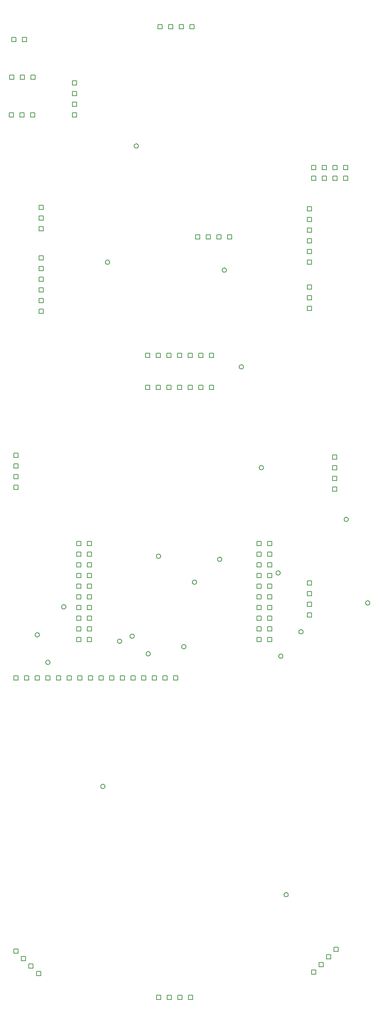
<source format=gbr>
%FSLAX44Y44*%
%MOMM*%
%SFA1B1*%

%IPPOS*%
%ADD34C,0.127000*%
%ADD35C,0.169300*%
%LNpcb1_drawing_1-1*%
%LPD*%
G54D34*
X954919Y854919D02*
Y865079D01*
X965079*
Y854919*
X954919*
X980319D02*
Y865079D01*
X990479*
Y854919*
X980319*
X1005719D02*
Y865079D01*
X1015879*
Y854919*
X1005719*
X1031119D02*
Y865079D01*
X1041279*
Y854919*
X1031119*
X1324919Y914919D02*
Y925079D01*
X1335079*
Y914919*
X1324919*
X1342880Y932879D02*
Y943039D01*
X1353040*
Y932879*
X1342880*
X1360840Y950840D02*
Y961000D01*
X1371000*
Y950840*
X1360840*
X1378800Y968801D02*
Y978961D01*
X1388960*
Y968801*
X1378800*
X1006079Y1614919D02*
X995919D01*
Y1625079*
X1006079*
Y1614919*
X980679D02*
X970519D01*
Y1625079*
X980679*
Y1614919*
X955279D02*
X945119D01*
Y1625079*
X955279*
Y1614919*
X929879D02*
X919719D01*
Y1625079*
X929879*
Y1614919*
X904479D02*
X894319D01*
Y1625079*
X904479*
Y1614919*
X879079D02*
X868919D01*
Y1625079*
X879079*
Y1614919*
X853679D02*
X843519D01*
Y1625079*
X853679*
Y1614919*
X828279D02*
X818119D01*
Y1625079*
X828279*
Y1614919*
X802879D02*
X792719D01*
Y1625079*
X802879*
Y1614919*
X777479D02*
X767319D01*
Y1625079*
X777479*
Y1614919*
X752079D02*
X741919D01*
Y1625079*
X752079*
Y1614919*
X726679D02*
X716519D01*
Y1625079*
X726679*
Y1614919*
X701279D02*
X691119D01*
Y1625079*
X701279*
Y1614919*
X675879D02*
X665719D01*
Y1625079*
X675879*
Y1614919*
X650479D02*
X640319D01*
Y1625079*
X650479*
Y1614919*
X625079D02*
X614919D01*
Y1625079*
X625079*
Y1614919*
X764919Y1706319D02*
Y1716479D01*
X775079*
Y1706319*
X764919*
Y1731719D02*
Y1741879D01*
X775079*
Y1731719*
X764919*
X790319D02*
Y1741879D01*
X800479*
Y1731719*
X790319*
Y1716479D02*
X800479D01*
Y1706319*
X790319*
Y1716479*
Y1757119D02*
Y1767279D01*
X800479*
Y1757119*
X790319*
Y1782519D02*
Y1792679D01*
X800479*
Y1782519*
X790319*
Y1807919D02*
Y1818079D01*
X800479*
Y1807919*
X790319*
Y1833319D02*
Y1843479D01*
X800479*
Y1833319*
X790319*
Y1858719D02*
Y1868879D01*
X800479*
Y1858719*
X790319*
Y1884119D02*
Y1894279D01*
X800479*
Y1884119*
X790319*
Y1909519D02*
Y1919679D01*
X800479*
Y1909519*
X790319*
Y1934919D02*
Y1945079D01*
X800479*
Y1934919*
X790319*
X775079D02*
X764919D01*
Y1945079*
X775079*
Y1934919*
Y1919679D02*
Y1909519D01*
X764919*
Y1919679*
X775079*
Y1894279D02*
Y1884119D01*
X764919*
Y1894279*
X775079*
Y1868879D02*
Y1858719D01*
X764919*
Y1868879*
X775079*
Y1843479D02*
Y1833319D01*
X764919*
Y1843479*
X775079*
Y1818079D02*
Y1807919D01*
X764919*
Y1818079*
X775079*
Y1792679D02*
Y1782519D01*
X764919*
Y1792679*
X775079*
Y1767279D02*
Y1757119D01*
X764919*
Y1767279*
X775079*
X625079Y2068719D02*
X614919D01*
Y2078879*
X625079*
Y2068719*
Y2094119D02*
X614919D01*
Y2104279*
X625079*
Y2094119*
Y2119519D02*
X614919D01*
Y2129679*
X625079*
Y2119519*
Y2144919D02*
X614919D01*
Y2155079*
X625079*
Y2144919*
X928719Y2306819D02*
Y2316979D01*
X938879*
Y2306819*
X928719*
X954119D02*
Y2316979D01*
X964279*
Y2306819*
X954119*
X979519D02*
Y2316979D01*
X989679*
Y2306819*
X979519*
X1004919D02*
Y2316979D01*
X1015079*
Y2306819*
X1004919*
X1030319D02*
Y2316979D01*
X1040479*
Y2306819*
X1030319*
X1055719D02*
Y2316979D01*
X1065879*
Y2306819*
X1055719*
X1081119D02*
Y2316979D01*
X1091279*
Y2306819*
X1081119*
Y2383019D02*
Y2393179D01*
X1091279*
Y2383019*
X1081119*
X1065879D02*
X1055719D01*
Y2393179*
X1065879*
Y2383019*
X1040479D02*
X1030319D01*
Y2393179*
X1040479*
Y2383019*
X1015079D02*
X1004919D01*
Y2393179*
X1015079*
Y2383019*
X989679D02*
X979519D01*
Y2393179*
X989679*
Y2383019*
X964279D02*
X954119D01*
Y2393179*
X964279*
Y2383019*
X938879D02*
X928719D01*
Y2393179*
X938879*
Y2383019*
X1109679Y2664919D02*
X1099519D01*
Y2675079*
X1109679*
Y2664919*
X1124919D02*
Y2675079D01*
X1135079*
Y2664919*
X1124919*
X1084279Y2675079D02*
Y2664919D01*
X1074119*
Y2675079*
X1084279*
X1058879D02*
Y2664919D01*
X1048719*
Y2675079*
X1058879*
X1314919Y2530479D02*
X1325079D01*
Y2520319*
X1314919*
Y2530479*
Y2505079D02*
X1325079D01*
Y2494919*
X1314919*
Y2505079*
Y2545719D02*
Y2555879D01*
X1325079*
Y2545719*
X1314919*
Y2604919D02*
Y2615079D01*
X1325079*
Y2604919*
X1314919*
Y2630319D02*
Y2640479D01*
X1325079*
Y2630319*
X1314919*
Y2655719D02*
Y2665879D01*
X1325079*
Y2655719*
X1314919*
Y2681119D02*
Y2691279D01*
X1325079*
Y2681119*
X1314919*
Y2706519D02*
Y2716679D01*
X1325079*
Y2706519*
X1314919*
Y2731919D02*
Y2742079D01*
X1325079*
Y2731919*
X1314919*
X1375719Y2804919D02*
Y2815079D01*
X1385879*
Y2804919*
X1375719*
X1401119D02*
Y2815079D01*
X1411279*
Y2804919*
X1401119*
Y2830319D02*
Y2840479D01*
X1411279*
Y2830319*
X1401119*
X1385879D02*
X1375719D01*
Y2840479*
X1385879*
Y2830319*
X1360479D02*
X1350319D01*
Y2840479*
X1360479*
Y2830319*
Y2815079D02*
Y2804919D01*
X1350319*
Y2815079*
X1360479*
X1335079D02*
Y2804919D01*
X1324919*
Y2815079*
X1335079*
Y2830319D02*
X1324919D01*
Y2840479*
X1335079*
Y2830319*
X1045079Y3164919D02*
X1034919D01*
Y3175079*
X1045079*
Y3164919*
X1019679D02*
X1009519D01*
Y3175079*
X1019679*
Y3164919*
X994279D02*
X984119D01*
Y3175079*
X994279*
Y3164919*
X968879D02*
X958719D01*
Y3175079*
X968879*
Y3164919*
X765079Y3041279D02*
Y3031119D01*
X754919*
Y3041279*
X765079*
Y3015879D02*
Y3005719D01*
X754919*
Y3015879*
X765079*
Y2990479D02*
Y2980319D01*
X754919*
Y2990479*
X765079*
Y2965079D02*
Y2954919D01*
X754919*
Y2965079*
X765079*
X665879Y3044919D02*
X655719D01*
Y3055079*
X665879*
Y3044919*
X665079Y2965079D02*
Y2954919D01*
X654919*
Y2965079*
X665079*
X640479Y3044919D02*
X630319D01*
Y3055079*
X640479*
Y3044919*
X615079D02*
X604919D01*
Y3055079*
X615079*
Y3044919*
X614279Y2965079D02*
Y2954919D01*
X604119*
Y2965079*
X614279*
X629519D02*
X639679D01*
Y2954919*
X629519*
Y2965079*
X674919Y2745079D02*
X685079D01*
Y2734919*
X674919*
Y2745079*
Y2719679D02*
X685079D01*
Y2709519*
X674919*
Y2719679*
Y2694279D02*
X685079D01*
Y2684119*
X674919*
Y2694279*
Y2625079D02*
X685079D01*
Y2614919*
X674919*
Y2625079*
Y2599679D02*
X685079D01*
Y2589519*
X674919*
Y2599679*
Y2574279D02*
X685079D01*
Y2564119*
X674919*
Y2574279*
Y2548879D02*
X685079D01*
Y2538719*
X674919*
Y2548879*
Y2523479D02*
X685079D01*
Y2513319*
X674919*
Y2523479*
Y2498079D02*
X685079D01*
Y2487919*
X674919*
Y2498079*
X1194919Y1945079D02*
X1205079D01*
Y1934919*
X1194919*
Y1945079*
Y1919679D02*
X1205079D01*
Y1909519*
X1194919*
Y1919679*
Y1894279D02*
X1205079D01*
Y1884119*
X1194919*
Y1894279*
X1220319D02*
X1230479D01*
Y1884119*
X1220319*
Y1894279*
Y1909519D02*
Y1919679D01*
X1230479*
Y1909519*
X1220319*
Y1934919D02*
Y1945079D01*
X1230479*
Y1934919*
X1220319*
Y1868879D02*
X1230479D01*
Y1858719*
X1220319*
Y1868879*
X1205079D02*
Y1858719D01*
X1194919*
Y1868879*
X1205079*
Y1843479D02*
Y1833319D01*
X1194919*
Y1843479*
X1205079*
X1220319D02*
X1230479D01*
Y1833319*
X1220319*
Y1843479*
Y1818079D02*
X1230479D01*
Y1807919*
X1220319*
Y1818079*
X1205079D02*
Y1807919D01*
X1194919*
Y1818079*
X1205079*
Y1792679D02*
Y1782519D01*
X1194919*
Y1792679*
X1205079*
X1220319D02*
X1230479D01*
Y1782519*
X1220319*
Y1792679*
Y1767279D02*
X1230479D01*
Y1757119*
X1220319*
Y1767279*
X1205079D02*
Y1757119D01*
X1194919*
Y1767279*
X1205079*
Y1741879D02*
Y1731719D01*
X1194919*
Y1741879*
X1205079*
X1220319D02*
X1230479D01*
Y1731719*
X1220319*
Y1741879*
Y1716479D02*
X1230479D01*
Y1706319*
X1220319*
Y1716479*
X1205079D02*
Y1706319D01*
X1194919*
Y1716479*
X1205079*
X1314919Y1764919D02*
Y1775079D01*
X1325079*
Y1764919*
X1314919*
Y1790319D02*
Y1800479D01*
X1325079*
Y1790319*
X1314919*
Y1815719D02*
Y1825879D01*
X1325079*
Y1815719*
X1314919*
Y1841119D02*
Y1851279D01*
X1325079*
Y1841119*
X1314919*
X1374919Y2064919D02*
Y2075079D01*
X1385079*
Y2064919*
X1374919*
Y2090319D02*
Y2100479D01*
X1385079*
Y2090319*
X1374919*
Y2115719D02*
Y2125879D01*
X1385079*
Y2115719*
X1374919*
Y2141119D02*
Y2151279D01*
X1385079*
Y2141119*
X1374919*
X645079Y3134919D02*
X634919D01*
Y3145079*
X645079*
Y3134919*
X619679D02*
X609519D01*
Y3145079*
X619679*
Y3134919*
X614919Y975079D02*
X625079D01*
Y964919*
X614919*
Y975079*
X632880Y957119D02*
X643040D01*
Y946959*
X632880*
Y957119*
X650840Y939158D02*
X661000D01*
Y928998*
X650840*
Y939158*
X668800Y921198D02*
X678960D01*
Y911038*
X668800*
Y921198*
G54D35*
X1269746Y1104138D02*
D01*
X1269733Y1104492*
X1269696Y1104844*
X1269634Y1105194*
X1269549Y1105538*
X1269439Y1105875*
X1269306Y1106204*
X1269151Y1106522*
X1268973Y1106829*
X1268775Y1107123*
X1268557Y1107403*
X1268320Y1107666*
X1268065Y1107912*
X1267793Y1108141*
X1267506Y1108349*
X1267206Y1108537*
X1266892Y1108703*
X1266568Y1108847*
X1266235Y1108969*
X1265894Y1109066*
X1265547Y1109140*
X1265196Y1109190*
X1264843Y1109214*
X1264488*
X1264134Y1109190*
X1263783Y1109140*
X1263436Y1109066*
X1263096Y1108969*
X1262762Y1108847*
X1262438Y1108703*
X1262126Y1108537*
X1261825Y1108349*
X1261538Y1108141*
X1261266Y1107912*
X1261011Y1107666*
X1260774Y1107403*
X1260556Y1107123*
X1260357Y1106829*
X1260180Y1106522*
X1260025Y1106204*
X1259892Y1105875*
X1259782Y1105538*
X1259696Y1105194*
X1259635Y1104844*
X1259598Y1104492*
X1259586Y1104138*
X1259598Y1103783*
X1259635Y1103430*
X1259696Y1103081*
X1259782Y1102737*
X1259892Y1102400*
X1260025Y1102071*
X1260180Y1101752*
X1260357Y1101445*
X1260556Y1101151*
X1260774Y1100872*
X1261011Y1100608*
X1261266Y1100362*
X1261538Y1100134*
X1261825Y1099926*
X1262126Y1099738*
X1262438Y1099572*
X1262762Y1099427*
X1263096Y1099306*
X1263436Y1099208*
X1263783Y1099134*
X1264134Y1099085*
X1264488Y1099061*
X1264843*
X1265196Y1099085*
X1265547Y1099134*
X1265894Y1099208*
X1266235Y1099306*
X1266568Y1099427*
X1266892Y1099572*
X1267206Y1099738*
X1267506Y1099926*
X1267793Y1100134*
X1268065Y1100362*
X1268320Y1100608*
X1268557Y1100872*
X1268775Y1101151*
X1268973Y1101445*
X1269151Y1101752*
X1269306Y1102071*
X1269439Y1102400*
X1269549Y1102737*
X1269634Y1103081*
X1269696Y1103430*
X1269733Y1103783*
X1269746Y1104138*
X832358Y1361948D02*
D01*
X832345Y1362302*
X832308Y1362654*
X832246Y1363004*
X832161Y1363348*
X832051Y1363685*
X831918Y1364014*
X831763Y1364332*
X831585Y1364639*
X831387Y1364933*
X831169Y1365213*
X830932Y1365476*
X830677Y1365722*
X830405Y1365951*
X830118Y1366159*
X829818Y1366347*
X829504Y1366513*
X829180Y1366657*
X828847Y1366779*
X828506Y1366876*
X828159Y1366950*
X827808Y1367000*
X827455Y1367024*
X827100*
X826746Y1367000*
X826395Y1366950*
X826048Y1366876*
X825708Y1366779*
X825374Y1366657*
X825050Y1366513*
X824738Y1366347*
X824437Y1366159*
X824150Y1365951*
X823878Y1365722*
X823623Y1365476*
X823386Y1365213*
X823168Y1364933*
X822969Y1364639*
X822792Y1364332*
X822637Y1364014*
X822504Y1363685*
X822394Y1363348*
X822308Y1363004*
X822247Y1362654*
X822210Y1362302*
X822198Y1361948*
X822210Y1361593*
X822247Y1361240*
X822308Y1360891*
X822394Y1360547*
X822504Y1360210*
X822637Y1359881*
X822792Y1359562*
X822969Y1359255*
X823168Y1358961*
X823386Y1358682*
X823623Y1358418*
X823878Y1358172*
X824150Y1357944*
X824437Y1357736*
X824738Y1357548*
X825050Y1357382*
X825374Y1357237*
X825708Y1357116*
X826048Y1357018*
X826395Y1356944*
X826746Y1356895*
X827100Y1356871*
X827455*
X827808Y1356895*
X828159Y1356944*
X828506Y1357018*
X828847Y1357116*
X829180Y1357237*
X829504Y1357382*
X829818Y1357548*
X830118Y1357736*
X830405Y1357944*
X830677Y1358172*
X830932Y1358418*
X831169Y1358682*
X831387Y1358961*
X831585Y1359255*
X831763Y1359562*
X831918Y1359881*
X832051Y1360210*
X832161Y1360547*
X832246Y1360891*
X832308Y1361240*
X832345Y1361593*
X832358Y1361948*
X940562Y1677670D02*
D01*
X940549Y1678024*
X940512Y1678376*
X940450Y1678726*
X940365Y1679070*
X940255Y1679407*
X940122Y1679736*
X939967Y1680054*
X939789Y1680361*
X939591Y1680655*
X939373Y1680935*
X939136Y1681198*
X938881Y1681444*
X938609Y1681673*
X938322Y1681881*
X938022Y1682069*
X937708Y1682235*
X937384Y1682379*
X937051Y1682501*
X936710Y1682598*
X936363Y1682672*
X936012Y1682722*
X935659Y1682746*
X935304*
X934950Y1682722*
X934599Y1682672*
X934252Y1682598*
X933912Y1682501*
X933578Y1682379*
X933254Y1682235*
X932942Y1682069*
X932641Y1681881*
X932354Y1681673*
X932082Y1681444*
X931827Y1681198*
X931590Y1680935*
X931372Y1680655*
X931173Y1680361*
X930996Y1680054*
X930841Y1679736*
X930708Y1679407*
X930598Y1679070*
X930512Y1678726*
X930451Y1678376*
X930414Y1678024*
X930402Y1677670*
X930414Y1677315*
X930451Y1676962*
X930512Y1676613*
X930598Y1676269*
X930708Y1675932*
X930841Y1675603*
X930996Y1675284*
X931173Y1674977*
X931372Y1674683*
X931590Y1674404*
X931827Y1674140*
X932082Y1673894*
X932354Y1673666*
X932641Y1673458*
X932942Y1673270*
X933254Y1673104*
X933578Y1672959*
X933912Y1672838*
X934252Y1672740*
X934599Y1672666*
X934950Y1672617*
X935304Y1672593*
X935659*
X936012Y1672617*
X936363Y1672666*
X936710Y1672740*
X937051Y1672838*
X937384Y1672959*
X937708Y1673104*
X938022Y1673270*
X938322Y1673458*
X938609Y1673666*
X938881Y1673894*
X939136Y1674140*
X939373Y1674404*
X939591Y1674683*
X939789Y1674977*
X939967Y1675284*
X940122Y1675603*
X940255Y1675932*
X940365Y1676269*
X940450Y1676613*
X940512Y1676962*
X940549Y1677315*
X940562Y1677670*
X1025652Y1694688D02*
D01*
X1025639Y1695042*
X1025602Y1695394*
X1025540Y1695744*
X1025455Y1696088*
X1025345Y1696425*
X1025212Y1696754*
X1025057Y1697072*
X1024879Y1697379*
X1024681Y1697673*
X1024463Y1697953*
X1024226Y1698216*
X1023971Y1698462*
X1023699Y1698691*
X1023412Y1698899*
X1023112Y1699087*
X1022798Y1699253*
X1022474Y1699397*
X1022141Y1699519*
X1021800Y1699616*
X1021453Y1699690*
X1021102Y1699740*
X1020749Y1699764*
X1020394*
X1020040Y1699740*
X1019689Y1699690*
X1019342Y1699616*
X1019002Y1699519*
X1018668Y1699397*
X1018344Y1699253*
X1018032Y1699087*
X1017731Y1698899*
X1017444Y1698691*
X1017172Y1698462*
X1016917Y1698216*
X1016680Y1697953*
X1016462Y1697673*
X1016263Y1697379*
X1016086Y1697072*
X1015931Y1696754*
X1015798Y1696425*
X1015688Y1696088*
X1015602Y1695744*
X1015541Y1695394*
X1015504Y1695042*
X1015492Y1694688*
X1015504Y1694333*
X1015541Y1693980*
X1015602Y1693631*
X1015688Y1693287*
X1015798Y1692950*
X1015931Y1692621*
X1016086Y1692302*
X1016263Y1691995*
X1016462Y1691701*
X1016680Y1691422*
X1016917Y1691158*
X1017172Y1690912*
X1017444Y1690684*
X1017731Y1690476*
X1018032Y1690288*
X1018344Y1690122*
X1018668Y1689977*
X1019002Y1689856*
X1019342Y1689758*
X1019689Y1689684*
X1020040Y1689635*
X1020394Y1689611*
X1020749*
X1021102Y1689635*
X1021453Y1689684*
X1021800Y1689758*
X1022141Y1689856*
X1022474Y1689977*
X1022798Y1690122*
X1023112Y1690288*
X1023412Y1690476*
X1023699Y1690684*
X1023971Y1690912*
X1024226Y1691158*
X1024463Y1691422*
X1024681Y1691701*
X1024879Y1691995*
X1025057Y1692302*
X1025212Y1692621*
X1025345Y1692950*
X1025455Y1693287*
X1025540Y1693631*
X1025602Y1693980*
X1025639Y1694333*
X1025652Y1694688*
X1051052Y1848104D02*
D01*
X1051039Y1848458*
X1051002Y1848810*
X1050940Y1849160*
X1050855Y1849504*
X1050745Y1849841*
X1050612Y1850170*
X1050457Y1850488*
X1050279Y1850795*
X1050081Y1851089*
X1049863Y1851369*
X1049626Y1851632*
X1049371Y1851878*
X1049099Y1852107*
X1048812Y1852315*
X1048512Y1852503*
X1048198Y1852669*
X1047874Y1852813*
X1047541Y1852935*
X1047200Y1853032*
X1046853Y1853106*
X1046502Y1853156*
X1046149Y1853180*
X1045794*
X1045440Y1853156*
X1045089Y1853106*
X1044742Y1853032*
X1044402Y1852935*
X1044068Y1852813*
X1043744Y1852669*
X1043432Y1852503*
X1043131Y1852315*
X1042844Y1852107*
X1042572Y1851878*
X1042317Y1851632*
X1042080Y1851369*
X1041862Y1851089*
X1041663Y1850795*
X1041486Y1850488*
X1041331Y1850170*
X1041198Y1849841*
X1041088Y1849504*
X1041002Y1849160*
X1040941Y1848810*
X1040904Y1848458*
X1040892Y1848104*
X1040904Y1847749*
X1040941Y1847396*
X1041002Y1847047*
X1041088Y1846703*
X1041198Y1846366*
X1041331Y1846037*
X1041486Y1845718*
X1041663Y1845411*
X1041862Y1845117*
X1042080Y1844838*
X1042317Y1844574*
X1042572Y1844328*
X1042844Y1844100*
X1043131Y1843892*
X1043432Y1843704*
X1043744Y1843538*
X1044068Y1843393*
X1044402Y1843272*
X1044742Y1843174*
X1045089Y1843100*
X1045440Y1843051*
X1045794Y1843027*
X1046149*
X1046502Y1843051*
X1046853Y1843100*
X1047200Y1843174*
X1047541Y1843272*
X1047874Y1843393*
X1048198Y1843538*
X1048512Y1843704*
X1048812Y1843892*
X1049099Y1844100*
X1049371Y1844328*
X1049626Y1844574*
X1049863Y1844838*
X1050081Y1845117*
X1050279Y1845411*
X1050457Y1845718*
X1050612Y1846037*
X1050745Y1846366*
X1050855Y1846703*
X1050940Y1847047*
X1051002Y1847396*
X1051039Y1847749*
X1051052Y1848104*
X1110996Y1902460D02*
D01*
X1110983Y1902814*
X1110946Y1903166*
X1110884Y1903516*
X1110799Y1903860*
X1110689Y1904197*
X1110556Y1904526*
X1110401Y1904844*
X1110223Y1905151*
X1110025Y1905445*
X1109807Y1905725*
X1109570Y1905988*
X1109315Y1906234*
X1109043Y1906463*
X1108756Y1906671*
X1108456Y1906859*
X1108142Y1907025*
X1107818Y1907169*
X1107485Y1907291*
X1107144Y1907388*
X1106797Y1907462*
X1106446Y1907512*
X1106093Y1907536*
X1105738*
X1105384Y1907512*
X1105033Y1907462*
X1104686Y1907388*
X1104346Y1907291*
X1104012Y1907169*
X1103688Y1907025*
X1103376Y1906859*
X1103075Y1906671*
X1102788Y1906463*
X1102516Y1906234*
X1102261Y1905988*
X1102024Y1905725*
X1101806Y1905445*
X1101607Y1905151*
X1101430Y1904844*
X1101275Y1904526*
X1101142Y1904197*
X1101032Y1903860*
X1100946Y1903516*
X1100885Y1903166*
X1100848Y1902814*
X1100836Y1902460*
X1100848Y1902105*
X1100885Y1901752*
X1100946Y1901403*
X1101032Y1901059*
X1101142Y1900722*
X1101275Y1900393*
X1101430Y1900074*
X1101607Y1899767*
X1101806Y1899473*
X1102024Y1899194*
X1102261Y1898930*
X1102516Y1898684*
X1102788Y1898456*
X1103075Y1898248*
X1103376Y1898060*
X1103688Y1897894*
X1104012Y1897749*
X1104346Y1897628*
X1104686Y1897530*
X1105033Y1897456*
X1105384Y1897407*
X1105738Y1897383*
X1106093*
X1106446Y1897407*
X1106797Y1897456*
X1107144Y1897530*
X1107485Y1897628*
X1107818Y1897749*
X1108142Y1897894*
X1108456Y1898060*
X1108756Y1898248*
X1109043Y1898456*
X1109315Y1898684*
X1109570Y1898930*
X1109807Y1899194*
X1110025Y1899473*
X1110223Y1899767*
X1110401Y1900074*
X1110556Y1900393*
X1110689Y1900722*
X1110799Y1901059*
X1110884Y1901403*
X1110946Y1901752*
X1110983Y1902105*
X1110996Y1902460*
X1250442Y1870202D02*
D01*
X1250429Y1870556*
X1250392Y1870908*
X1250330Y1871258*
X1250245Y1871602*
X1250135Y1871939*
X1250002Y1872268*
X1249847Y1872586*
X1249669Y1872893*
X1249471Y1873187*
X1249253Y1873467*
X1249016Y1873730*
X1248761Y1873976*
X1248489Y1874205*
X1248202Y1874413*
X1247902Y1874601*
X1247588Y1874767*
X1247264Y1874911*
X1246931Y1875033*
X1246590Y1875130*
X1246243Y1875204*
X1245892Y1875254*
X1245539Y1875278*
X1245184*
X1244830Y1875254*
X1244479Y1875204*
X1244132Y1875130*
X1243792Y1875033*
X1243458Y1874911*
X1243134Y1874767*
X1242822Y1874601*
X1242521Y1874413*
X1242234Y1874205*
X1241962Y1873976*
X1241707Y1873730*
X1241470Y1873467*
X1241252Y1873187*
X1241053Y1872893*
X1240876Y1872586*
X1240721Y1872268*
X1240588Y1871939*
X1240478Y1871602*
X1240392Y1871258*
X1240331Y1870908*
X1240294Y1870556*
X1240282Y1870202*
X1240294Y1869847*
X1240331Y1869494*
X1240392Y1869145*
X1240478Y1868801*
X1240588Y1868464*
X1240721Y1868135*
X1240876Y1867816*
X1241053Y1867509*
X1241252Y1867215*
X1241470Y1866936*
X1241707Y1866672*
X1241962Y1866426*
X1242234Y1866198*
X1242521Y1865990*
X1242822Y1865802*
X1243134Y1865636*
X1243458Y1865491*
X1243792Y1865370*
X1244132Y1865272*
X1244479Y1865198*
X1244830Y1865149*
X1245184Y1865125*
X1245539*
X1245892Y1865149*
X1246243Y1865198*
X1246590Y1865272*
X1246931Y1865370*
X1247264Y1865491*
X1247588Y1865636*
X1247902Y1865802*
X1248202Y1865990*
X1248489Y1866198*
X1248761Y1866426*
X1249016Y1866672*
X1249253Y1866936*
X1249471Y1867215*
X1249669Y1867509*
X1249847Y1867816*
X1250002Y1868135*
X1250135Y1868464*
X1250245Y1868801*
X1250330Y1869145*
X1250392Y1869494*
X1250429Y1869847*
X1250442Y1870202*
X1305079Y1729999D02*
D01*
X1305067Y1730354*
X1305030Y1730706*
X1304968Y1731055*
X1304883Y1731400*
X1304773Y1731737*
X1304640Y1732066*
X1304485Y1732384*
X1304308Y1732691*
X1304109Y1732985*
X1303891Y1733265*
X1303654Y1733528*
X1303398Y1733775*
X1303127Y1734002*
X1302840Y1734211*
X1302539Y1734399*
X1302226Y1734565*
X1301902Y1734710*
X1301569Y1734831*
X1301228Y1734928*
X1300882Y1735002*
X1300530Y1735052*
X1300177Y1735076*
X1299822*
X1299468Y1735052*
X1299117Y1735002*
X1298770Y1734928*
X1298429Y1734831*
X1298096Y1734710*
X1297772Y1734565*
X1297459Y1734399*
X1297159Y1734211*
X1296872Y1734002*
X1296600Y1733775*
X1296345Y1733528*
X1296108Y1733265*
X1295889Y1732985*
X1295691Y1732691*
X1295514Y1732384*
X1295359Y1732066*
X1295226Y1731737*
X1295116Y1731400*
X1295030Y1731055*
X1294969Y1730706*
X1294932Y1730354*
X1294919Y1729999*
X1294932Y1729645*
X1294969Y1729292*
X1295030Y1728943*
X1295116Y1728599*
X1295226Y1728262*
X1295359Y1727933*
X1295514Y1727615*
X1295691Y1727307*
X1295889Y1727013*
X1296108Y1726734*
X1296345Y1726471*
X1296600Y1726224*
X1296872Y1725996*
X1297159Y1725788*
X1297459Y1725600*
X1297772Y1725433*
X1298096Y1725289*
X1298429Y1725168*
X1298770Y1725070*
X1299117Y1724997*
X1299468Y1724947*
X1299822Y1724922*
X1300177*
X1300530Y1724947*
X1300882Y1724997*
X1301228Y1725070*
X1301569Y1725168*
X1301902Y1725289*
X1302226Y1725433*
X1302539Y1725600*
X1302840Y1725788*
X1303127Y1725996*
X1303398Y1726224*
X1303654Y1726471*
X1303891Y1726734*
X1304109Y1727013*
X1304308Y1727307*
X1304485Y1727615*
X1304640Y1727933*
X1304773Y1728262*
X1304883Y1728599*
X1304968Y1728943*
X1305030Y1729292*
X1305067Y1729645*
X1305079Y1729999*
X1257046Y1672082D02*
D01*
X1257033Y1672436*
X1256996Y1672788*
X1256934Y1673138*
X1256849Y1673482*
X1256739Y1673819*
X1256606Y1674148*
X1256451Y1674466*
X1256273Y1674773*
X1256075Y1675067*
X1255857Y1675347*
X1255620Y1675610*
X1255365Y1675856*
X1255093Y1676085*
X1254806Y1676293*
X1254506Y1676481*
X1254192Y1676647*
X1253868Y1676791*
X1253535Y1676913*
X1253194Y1677010*
X1252847Y1677084*
X1252496Y1677134*
X1252143Y1677158*
X1251788*
X1251434Y1677134*
X1251083Y1677084*
X1250736Y1677010*
X1250396Y1676913*
X1250062Y1676791*
X1249738Y1676647*
X1249426Y1676481*
X1249125Y1676293*
X1248838Y1676085*
X1248566Y1675856*
X1248311Y1675610*
X1248074Y1675347*
X1247856Y1675067*
X1247657Y1674773*
X1247480Y1674466*
X1247325Y1674148*
X1247192Y1673819*
X1247082Y1673482*
X1246996Y1673138*
X1246935Y1672788*
X1246898Y1672436*
X1246886Y1672082*
X1246898Y1671727*
X1246935Y1671374*
X1246996Y1671025*
X1247082Y1670681*
X1247192Y1670344*
X1247325Y1670015*
X1247480Y1669696*
X1247657Y1669389*
X1247856Y1669095*
X1248074Y1668816*
X1248311Y1668552*
X1248566Y1668306*
X1248838Y1668078*
X1249125Y1667870*
X1249426Y1667682*
X1249738Y1667516*
X1250062Y1667371*
X1250396Y1667250*
X1250736Y1667152*
X1251083Y1667078*
X1251434Y1667029*
X1251788Y1667005*
X1252143*
X1252496Y1667029*
X1252847Y1667078*
X1253194Y1667152*
X1253535Y1667250*
X1253868Y1667371*
X1254192Y1667516*
X1254506Y1667682*
X1254806Y1667870*
X1255093Y1668078*
X1255365Y1668306*
X1255620Y1668552*
X1255857Y1668816*
X1256075Y1669095*
X1256273Y1669389*
X1256451Y1669696*
X1256606Y1670015*
X1256739Y1670344*
X1256849Y1670681*
X1256934Y1671025*
X1256996Y1671374*
X1257033Y1671727*
X1257046Y1672082*
X1464310Y1798828D02*
D01*
X1464297Y1799182*
X1464260Y1799534*
X1464198Y1799884*
X1464113Y1800228*
X1464003Y1800565*
X1463870Y1800894*
X1463715Y1801212*
X1463537Y1801519*
X1463339Y1801813*
X1463121Y1802093*
X1462884Y1802356*
X1462629Y1802602*
X1462357Y1802831*
X1462070Y1803039*
X1461770Y1803227*
X1461456Y1803393*
X1461132Y1803537*
X1460799Y1803659*
X1460458Y1803756*
X1460111Y1803830*
X1459760Y1803880*
X1459407Y1803904*
X1459052*
X1458698Y1803880*
X1458347Y1803830*
X1458000Y1803756*
X1457660Y1803659*
X1457326Y1803537*
X1457002Y1803393*
X1456690Y1803227*
X1456389Y1803039*
X1456102Y1802831*
X1455830Y1802602*
X1455575Y1802356*
X1455338Y1802093*
X1455120Y1801813*
X1454921Y1801519*
X1454744Y1801212*
X1454589Y1800894*
X1454456Y1800565*
X1454346Y1800228*
X1454260Y1799884*
X1454199Y1799534*
X1454162Y1799182*
X1454150Y1798828*
X1454162Y1798473*
X1454199Y1798120*
X1454260Y1797771*
X1454346Y1797427*
X1454456Y1797090*
X1454589Y1796761*
X1454744Y1796442*
X1454921Y1796135*
X1455120Y1795841*
X1455338Y1795562*
X1455575Y1795298*
X1455830Y1795052*
X1456102Y1794824*
X1456389Y1794616*
X1456690Y1794428*
X1457002Y1794262*
X1457326Y1794117*
X1457660Y1793996*
X1458000Y1793898*
X1458347Y1793824*
X1458698Y1793775*
X1459052Y1793751*
X1459407*
X1459760Y1793775*
X1460111Y1793824*
X1460458Y1793898*
X1460799Y1793996*
X1461132Y1794117*
X1461456Y1794262*
X1461770Y1794428*
X1462070Y1794616*
X1462357Y1794824*
X1462629Y1795052*
X1462884Y1795298*
X1463121Y1795562*
X1463339Y1795841*
X1463537Y1796135*
X1463715Y1796442*
X1463870Y1796761*
X1464003Y1797090*
X1464113Y1797427*
X1464198Y1797771*
X1464260Y1798120*
X1464297Y1798473*
X1464310Y1798828*
X1413002Y1997456D02*
D01*
X1412989Y1997810*
X1412952Y1998162*
X1412890Y1998512*
X1412805Y1998856*
X1412695Y1999193*
X1412562Y1999522*
X1412407Y1999840*
X1412229Y2000147*
X1412031Y2000441*
X1411813Y2000721*
X1411576Y2000984*
X1411321Y2001230*
X1411049Y2001459*
X1410762Y2001667*
X1410462Y2001855*
X1410148Y2002021*
X1409824Y2002165*
X1409491Y2002287*
X1409150Y2002384*
X1408803Y2002458*
X1408452Y2002508*
X1408099Y2002532*
X1407744*
X1407390Y2002508*
X1407039Y2002458*
X1406692Y2002384*
X1406352Y2002287*
X1406018Y2002165*
X1405694Y2002021*
X1405382Y2001855*
X1405081Y2001667*
X1404794Y2001459*
X1404522Y2001230*
X1404267Y2000984*
X1404030Y2000721*
X1403812Y2000441*
X1403613Y2000147*
X1403436Y1999840*
X1403281Y1999522*
X1403148Y1999193*
X1403038Y1998856*
X1402952Y1998512*
X1402891Y1998162*
X1402854Y1997810*
X1402842Y1997456*
X1402854Y1997101*
X1402891Y1996748*
X1402952Y1996399*
X1403038Y1996055*
X1403148Y1995718*
X1403281Y1995389*
X1403436Y1995070*
X1403613Y1994763*
X1403812Y1994469*
X1404030Y1994190*
X1404267Y1993926*
X1404522Y1993680*
X1404794Y1993452*
X1405081Y1993244*
X1405382Y1993056*
X1405694Y1992890*
X1406018Y1992745*
X1406352Y1992624*
X1406692Y1992526*
X1407039Y1992452*
X1407390Y1992403*
X1407744Y1992379*
X1408099*
X1408452Y1992403*
X1408803Y1992452*
X1409150Y1992526*
X1409491Y1992624*
X1409824Y1992745*
X1410148Y1992890*
X1410462Y1993056*
X1410762Y1993244*
X1411049Y1993452*
X1411321Y1993680*
X1411576Y1993926*
X1411813Y1994190*
X1412031Y1994469*
X1412229Y1994763*
X1412407Y1995070*
X1412562Y1995389*
X1412695Y1995718*
X1412805Y1996055*
X1412890Y1996399*
X1412952Y1996748*
X1412989Y1997101*
X1413002Y1997456*
X1210564Y2120799D02*
D01*
X1210551Y2121154*
X1210514Y2121506*
X1210452Y2121856*
X1210367Y2122200*
X1210257Y2122537*
X1210124Y2122866*
X1209969Y2123184*
X1209791Y2123491*
X1209593Y2123785*
X1209375Y2124065*
X1209138Y2124328*
X1208883Y2124575*
X1208611Y2124802*
X1208324Y2125011*
X1208024Y2125199*
X1207710Y2125365*
X1207386Y2125509*
X1207053Y2125631*
X1206712Y2125729*
X1206365Y2125802*
X1206014Y2125851*
X1205661Y2125876*
X1205306*
X1204952Y2125851*
X1204601Y2125802*
X1204254Y2125729*
X1203914Y2125631*
X1203580Y2125509*
X1203256Y2125365*
X1202944Y2125199*
X1202643Y2125011*
X1202356Y2124802*
X1202084Y2124575*
X1201829Y2124328*
X1201592Y2124065*
X1201374Y2123785*
X1201175Y2123491*
X1200998Y2123184*
X1200843Y2122866*
X1200710Y2122537*
X1200600Y2122200*
X1200514Y2121856*
X1200453Y2121506*
X1200416Y2121154*
X1200404Y2120799*
X1200416Y2120445*
X1200453Y2120092*
X1200514Y2119743*
X1200600Y2119399*
X1200710Y2119062*
X1200843Y2118733*
X1200998Y2118414*
X1201175Y2118107*
X1201374Y2117813*
X1201592Y2117534*
X1201829Y2117271*
X1202084Y2117024*
X1202356Y2116796*
X1202643Y2116588*
X1202944Y2116400*
X1203256Y2116234*
X1203580Y2116089*
X1203914Y2115968*
X1204254Y2115870*
X1204601Y2115797*
X1204952Y2115747*
X1205306Y2115722*
X1205661*
X1206014Y2115747*
X1206365Y2115797*
X1206712Y2115870*
X1207053Y2115968*
X1207386Y2116089*
X1207710Y2116234*
X1208024Y2116400*
X1208324Y2116588*
X1208611Y2116796*
X1208883Y2117024*
X1209138Y2117271*
X1209375Y2117534*
X1209593Y2117813*
X1209791Y2118107*
X1209969Y2118414*
X1210124Y2118733*
X1210257Y2119062*
X1210367Y2119399*
X1210452Y2119743*
X1210514Y2120092*
X1210551Y2120445*
X1210564Y2120799*
X1162812Y2360676D02*
D01*
X1162799Y2361030*
X1162762Y2361382*
X1162700Y2361732*
X1162615Y2362076*
X1162505Y2362413*
X1162372Y2362742*
X1162217Y2363060*
X1162039Y2363367*
X1161841Y2363661*
X1161623Y2363941*
X1161386Y2364204*
X1161131Y2364450*
X1160859Y2364679*
X1160572Y2364887*
X1160272Y2365075*
X1159958Y2365241*
X1159634Y2365385*
X1159301Y2365507*
X1158960Y2365604*
X1158613Y2365678*
X1158262Y2365728*
X1157909Y2365752*
X1157554*
X1157200Y2365728*
X1156849Y2365678*
X1156502Y2365604*
X1156162Y2365507*
X1155828Y2365385*
X1155504Y2365241*
X1155192Y2365075*
X1154891Y2364887*
X1154604Y2364679*
X1154332Y2364450*
X1154077Y2364204*
X1153840Y2363941*
X1153622Y2363661*
X1153423Y2363367*
X1153246Y2363060*
X1153091Y2362742*
X1152958Y2362413*
X1152848Y2362076*
X1152762Y2361732*
X1152701Y2361382*
X1152664Y2361030*
X1152652Y2360676*
X1152664Y2360321*
X1152701Y2359968*
X1152762Y2359619*
X1152848Y2359275*
X1152958Y2358938*
X1153091Y2358609*
X1153246Y2358290*
X1153423Y2357983*
X1153622Y2357689*
X1153840Y2357410*
X1154077Y2357146*
X1154332Y2356900*
X1154604Y2356672*
X1154891Y2356464*
X1155192Y2356276*
X1155504Y2356110*
X1155828Y2355965*
X1156162Y2355844*
X1156502Y2355746*
X1156849Y2355672*
X1157200Y2355623*
X1157554Y2355599*
X1157909*
X1158262Y2355623*
X1158613Y2355672*
X1158960Y2355746*
X1159301Y2355844*
X1159634Y2355965*
X1159958Y2356110*
X1160272Y2356276*
X1160572Y2356464*
X1160859Y2356672*
X1161131Y2356900*
X1161386Y2357146*
X1161623Y2357410*
X1161841Y2357689*
X1162039Y2357983*
X1162217Y2358290*
X1162372Y2358609*
X1162505Y2358938*
X1162615Y2359275*
X1162700Y2359619*
X1162762Y2359968*
X1162799Y2360321*
X1162812Y2360676*
X1122172Y2590800D02*
D01*
X1122159Y2591154*
X1122122Y2591506*
X1122060Y2591856*
X1121975Y2592200*
X1121865Y2592537*
X1121732Y2592866*
X1121577Y2593184*
X1121399Y2593491*
X1121201Y2593785*
X1120983Y2594065*
X1120746Y2594328*
X1120491Y2594574*
X1120219Y2594803*
X1119932Y2595011*
X1119632Y2595199*
X1119318Y2595365*
X1118994Y2595509*
X1118661Y2595631*
X1118320Y2595728*
X1117973Y2595802*
X1117622Y2595852*
X1117269Y2595876*
X1116914*
X1116560Y2595852*
X1116209Y2595802*
X1115862Y2595728*
X1115522Y2595631*
X1115188Y2595509*
X1114864Y2595365*
X1114552Y2595199*
X1114251Y2595011*
X1113964Y2594803*
X1113692Y2594574*
X1113437Y2594328*
X1113200Y2594065*
X1112982Y2593785*
X1112783Y2593491*
X1112606Y2593184*
X1112451Y2592866*
X1112318Y2592537*
X1112208Y2592200*
X1112122Y2591856*
X1112061Y2591506*
X1112024Y2591154*
X1112012Y2590800*
X1112024Y2590445*
X1112061Y2590092*
X1112122Y2589743*
X1112208Y2589399*
X1112318Y2589062*
X1112451Y2588733*
X1112606Y2588414*
X1112783Y2588107*
X1112982Y2587813*
X1113200Y2587534*
X1113437Y2587270*
X1113692Y2587024*
X1113964Y2586796*
X1114251Y2586588*
X1114552Y2586400*
X1114864Y2586234*
X1115188Y2586089*
X1115522Y2585968*
X1115862Y2585870*
X1116209Y2585796*
X1116560Y2585747*
X1116914Y2585723*
X1117269*
X1117622Y2585747*
X1117973Y2585796*
X1118320Y2585870*
X1118661Y2585968*
X1118994Y2586089*
X1119318Y2586234*
X1119632Y2586400*
X1119932Y2586588*
X1120219Y2586796*
X1120491Y2587024*
X1120746Y2587270*
X1120983Y2587534*
X1121201Y2587813*
X1121399Y2588107*
X1121577Y2588414*
X1121732Y2588733*
X1121865Y2589062*
X1121975Y2589399*
X1122060Y2589743*
X1122122Y2590092*
X1122159Y2590445*
X1122172Y2590800*
X912114Y2886456D02*
D01*
X912101Y2886810*
X912064Y2887162*
X912002Y2887512*
X911917Y2887856*
X911807Y2888193*
X911674Y2888522*
X911519Y2888840*
X911341Y2889147*
X911143Y2889441*
X910925Y2889721*
X910688Y2889984*
X910433Y2890230*
X910161Y2890459*
X909874Y2890667*
X909574Y2890855*
X909260Y2891021*
X908936Y2891165*
X908603Y2891287*
X908262Y2891384*
X907915Y2891458*
X907564Y2891508*
X907211Y2891532*
X906856*
X906502Y2891508*
X906151Y2891458*
X905804Y2891384*
X905464Y2891287*
X905130Y2891165*
X904806Y2891021*
X904494Y2890855*
X904193Y2890667*
X903906Y2890459*
X903634Y2890230*
X903379Y2889984*
X903142Y2889721*
X902924Y2889441*
X902725Y2889147*
X902548Y2888840*
X902393Y2888522*
X902260Y2888193*
X902150Y2887856*
X902064Y2887512*
X902003Y2887162*
X901966Y2886810*
X901954Y2886456*
X901966Y2886101*
X902003Y2885748*
X902064Y2885399*
X902150Y2885055*
X902260Y2884718*
X902393Y2884389*
X902548Y2884070*
X902725Y2883763*
X902924Y2883469*
X903142Y2883190*
X903379Y2882926*
X903634Y2882680*
X903906Y2882452*
X904193Y2882244*
X904494Y2882056*
X904806Y2881890*
X905130Y2881745*
X905464Y2881624*
X905804Y2881526*
X906151Y2881452*
X906502Y2881403*
X906856Y2881379*
X907211*
X907564Y2881403*
X907915Y2881452*
X908262Y2881526*
X908603Y2881624*
X908936Y2881745*
X909260Y2881890*
X909574Y2882056*
X909874Y2882244*
X910161Y2882452*
X910433Y2882680*
X910688Y2882926*
X910925Y2883190*
X911143Y2883469*
X911341Y2883763*
X911519Y2884070*
X911674Y2884389*
X911807Y2884718*
X911917Y2885055*
X912002Y2885399*
X912064Y2885748*
X912101Y2886101*
X912114Y2886456*
X843534Y2609850D02*
D01*
X843521Y2610204*
X843484Y2610556*
X843422Y2610906*
X843337Y2611250*
X843227Y2611587*
X843094Y2611916*
X842939Y2612234*
X842761Y2612541*
X842563Y2612835*
X842345Y2613115*
X842108Y2613378*
X841853Y2613624*
X841581Y2613853*
X841294Y2614061*
X840994Y2614249*
X840680Y2614415*
X840356Y2614559*
X840023Y2614681*
X839682Y2614778*
X839335Y2614852*
X838984Y2614902*
X838631Y2614926*
X838276*
X837922Y2614902*
X837571Y2614852*
X837224Y2614778*
X836884Y2614681*
X836550Y2614559*
X836226Y2614415*
X835914Y2614249*
X835613Y2614061*
X835326Y2613853*
X835054Y2613624*
X834799Y2613378*
X834562Y2613115*
X834344Y2612835*
X834145Y2612541*
X833968Y2612234*
X833813Y2611916*
X833680Y2611587*
X833570Y2611250*
X833484Y2610906*
X833423Y2610556*
X833386Y2610204*
X833374Y2609850*
X833386Y2609495*
X833423Y2609142*
X833484Y2608793*
X833570Y2608449*
X833680Y2608112*
X833813Y2607783*
X833968Y2607464*
X834145Y2607157*
X834344Y2606863*
X834562Y2606584*
X834799Y2606320*
X835054Y2606074*
X835326Y2605846*
X835613Y2605638*
X835914Y2605450*
X836226Y2605284*
X836550Y2605139*
X836884Y2605018*
X837224Y2604920*
X837571Y2604846*
X837922Y2604797*
X838276Y2604773*
X838631*
X838984Y2604797*
X839335Y2604846*
X839682Y2604920*
X840023Y2605018*
X840356Y2605139*
X840680Y2605284*
X840994Y2605450*
X841294Y2605638*
X841581Y2605846*
X841853Y2606074*
X842108Y2606320*
X842345Y2606584*
X842563Y2606863*
X842761Y2607157*
X842939Y2607464*
X843094Y2607783*
X843227Y2608112*
X843337Y2608449*
X843422Y2608793*
X843484Y2609142*
X843521Y2609495*
X843534Y2609850*
X965079Y1909999D02*
D01*
X965067Y1910354*
X965030Y1910706*
X964968Y1911056*
X964883Y1911400*
X964773Y1911737*
X964640Y1912066*
X964485Y1912384*
X964307Y1912691*
X964109Y1912985*
X963891Y1913265*
X963654Y1913528*
X963399Y1913774*
X963127Y1914003*
X962840Y1914211*
X962539Y1914399*
X962226Y1914565*
X961902Y1914709*
X961569Y1914831*
X961228Y1914928*
X960882Y1915002*
X960530Y1915052*
X960177Y1915076*
X959822*
X959468Y1915052*
X959117Y1915002*
X958771Y1914928*
X958430Y1914831*
X958096Y1914709*
X957773Y1914565*
X957459Y1914399*
X957159Y1914211*
X956872Y1914003*
X956600Y1913774*
X956345Y1913528*
X956108Y1913265*
X955890Y1912985*
X955691Y1912691*
X955514Y1912384*
X955359Y1912066*
X955226Y1911737*
X955116Y1911400*
X955030Y1911056*
X954969Y1910706*
X954932Y1910354*
X954919Y1909999*
X954932Y1909645*
X954969Y1909292*
X955030Y1908943*
X955116Y1908599*
X955226Y1908262*
X955359Y1907933*
X955514Y1907614*
X955691Y1907307*
X955890Y1907013*
X956108Y1906734*
X956345Y1906470*
X956600Y1906224*
X956872Y1905996*
X957159Y1905788*
X957459Y1905600*
X957773Y1905434*
X958096Y1905289*
X958430Y1905168*
X958771Y1905070*
X959117Y1904996*
X959468Y1904947*
X959822Y1904923*
X960177*
X960530Y1904947*
X960882Y1904996*
X961228Y1905070*
X961569Y1905168*
X961902Y1905289*
X962226Y1905434*
X962539Y1905600*
X962840Y1905788*
X963127Y1905996*
X963399Y1906224*
X963654Y1906470*
X963891Y1906734*
X964109Y1907013*
X964307Y1907307*
X964485Y1907614*
X964640Y1907933*
X964773Y1908262*
X964883Y1908599*
X964968Y1908943*
X965030Y1909292*
X965067Y1909645*
X965079Y1909999*
X902208Y1719514D02*
D01*
X902195Y1719869*
X902158Y1720221*
X902096Y1720571*
X902011Y1720915*
X901901Y1721252*
X901768Y1721581*
X901613Y1721899*
X901435Y1722206*
X901237Y1722500*
X901019Y1722780*
X900782Y1723043*
X900527Y1723289*
X900255Y1723518*
X899968Y1723726*
X899668Y1723914*
X899354Y1724080*
X899030Y1724224*
X898697Y1724346*
X898356Y1724444*
X898009Y1724517*
X897658Y1724567*
X897305Y1724591*
X896950*
X896596Y1724567*
X896245Y1724517*
X895898Y1724444*
X895558Y1724346*
X895224Y1724224*
X894900Y1724080*
X894588Y1723914*
X894287Y1723726*
X894000Y1723518*
X893728Y1723289*
X893473Y1723043*
X893236Y1722780*
X893018Y1722500*
X892819Y1722206*
X892642Y1721899*
X892487Y1721581*
X892354Y1721252*
X892244Y1720915*
X892158Y1720571*
X892097Y1720221*
X892060Y1719869*
X892048Y1719514*
X892060Y1719160*
X892097Y1718807*
X892158Y1718458*
X892244Y1718114*
X892354Y1717777*
X892487Y1717448*
X892642Y1717129*
X892819Y1716822*
X893018Y1716528*
X893236Y1716249*
X893473Y1715985*
X893728Y1715739*
X894000Y1715511*
X894287Y1715303*
X894588Y1715115*
X894900Y1714949*
X895224Y1714804*
X895558Y1714683*
X895898Y1714585*
X896245Y1714511*
X896596Y1714462*
X896950Y1714438*
X897305*
X897658Y1714462*
X898009Y1714511*
X898356Y1714585*
X898697Y1714683*
X899030Y1714804*
X899354Y1714949*
X899668Y1715115*
X899968Y1715303*
X900255Y1715511*
X900527Y1715739*
X900782Y1715985*
X901019Y1716249*
X901237Y1716528*
X901435Y1716822*
X901613Y1717129*
X901768Y1717448*
X901901Y1717777*
X902011Y1718114*
X902096Y1718458*
X902158Y1718807*
X902195Y1719160*
X902208Y1719514*
X872236Y1707642D02*
D01*
X872223Y1707996*
X872186Y1708348*
X872124Y1708698*
X872039Y1709042*
X871929Y1709379*
X871796Y1709708*
X871641Y1710026*
X871463Y1710333*
X871265Y1710627*
X871047Y1710907*
X870810Y1711170*
X870555Y1711416*
X870283Y1711645*
X869996Y1711853*
X869696Y1712041*
X869382Y1712207*
X869058Y1712351*
X868725Y1712473*
X868384Y1712570*
X868037Y1712644*
X867686Y1712694*
X867333Y1712718*
X866978*
X866624Y1712694*
X866273Y1712644*
X865926Y1712570*
X865586Y1712473*
X865252Y1712351*
X864928Y1712207*
X864616Y1712041*
X864315Y1711853*
X864028Y1711645*
X863756Y1711416*
X863501Y1711170*
X863264Y1710907*
X863046Y1710627*
X862847Y1710333*
X862670Y1710026*
X862515Y1709708*
X862382Y1709379*
X862272Y1709042*
X862186Y1708698*
X862125Y1708348*
X862088Y1707996*
X862076Y1707642*
X862088Y1707287*
X862125Y1706934*
X862186Y1706585*
X862272Y1706241*
X862382Y1705904*
X862515Y1705575*
X862670Y1705256*
X862847Y1704949*
X863046Y1704655*
X863264Y1704376*
X863501Y1704112*
X863756Y1703866*
X864028Y1703638*
X864315Y1703430*
X864616Y1703242*
X864928Y1703076*
X865252Y1702931*
X865586Y1702810*
X865926Y1702712*
X866273Y1702638*
X866624Y1702589*
X866978Y1702565*
X867333*
X867686Y1702589*
X868037Y1702638*
X868384Y1702712*
X868725Y1702810*
X869058Y1702931*
X869382Y1703076*
X869696Y1703242*
X869996Y1703430*
X870283Y1703638*
X870555Y1703866*
X870810Y1704112*
X871047Y1704376*
X871265Y1704655*
X871463Y1704949*
X871641Y1705256*
X871796Y1705575*
X871929Y1705904*
X872039Y1706241*
X872124Y1706585*
X872186Y1706934*
X872223Y1707287*
X872236Y1707642*
X739140Y1789430D02*
D01*
X739127Y1789784*
X739090Y1790136*
X739028Y1790486*
X738943Y1790830*
X738833Y1791167*
X738700Y1791496*
X738545Y1791814*
X738367Y1792121*
X738169Y1792415*
X737951Y1792695*
X737714Y1792958*
X737459Y1793204*
X737187Y1793433*
X736900Y1793641*
X736600Y1793829*
X736286Y1793995*
X735962Y1794139*
X735629Y1794261*
X735288Y1794358*
X734941Y1794432*
X734590Y1794482*
X734237Y1794506*
X733882*
X733528Y1794482*
X733177Y1794432*
X732830Y1794358*
X732490Y1794261*
X732156Y1794139*
X731832Y1793995*
X731520Y1793829*
X731219Y1793641*
X730932Y1793433*
X730660Y1793204*
X730405Y1792958*
X730168Y1792695*
X729950Y1792415*
X729751Y1792121*
X729574Y1791814*
X729419Y1791496*
X729286Y1791167*
X729176Y1790830*
X729090Y1790486*
X729029Y1790136*
X728992Y1789784*
X728980Y1789430*
X728992Y1789075*
X729029Y1788722*
X729090Y1788373*
X729176Y1788029*
X729286Y1787692*
X729419Y1787363*
X729574Y1787044*
X729751Y1786737*
X729950Y1786443*
X730168Y1786164*
X730405Y1785900*
X730660Y1785654*
X730932Y1785426*
X731219Y1785218*
X731520Y1785030*
X731832Y1784864*
X732156Y1784719*
X732490Y1784598*
X732830Y1784500*
X733177Y1784426*
X733528Y1784377*
X733882Y1784353*
X734237*
X734590Y1784377*
X734941Y1784426*
X735288Y1784500*
X735629Y1784598*
X735962Y1784719*
X736286Y1784864*
X736600Y1785030*
X736900Y1785218*
X737187Y1785426*
X737459Y1785654*
X737714Y1785900*
X737951Y1786164*
X738169Y1786443*
X738367Y1786737*
X738545Y1787044*
X738700Y1787363*
X738833Y1787692*
X738943Y1788029*
X739028Y1788373*
X739090Y1788722*
X739127Y1789075*
X739140Y1789430*
X675894Y1722882D02*
D01*
X675881Y1723236*
X675844Y1723588*
X675782Y1723938*
X675697Y1724282*
X675587Y1724619*
X675454Y1724948*
X675299Y1725266*
X675121Y1725573*
X674923Y1725867*
X674705Y1726147*
X674468Y1726410*
X674213Y1726656*
X673941Y1726885*
X673654Y1727093*
X673354Y1727281*
X673040Y1727447*
X672716Y1727591*
X672383Y1727713*
X672042Y1727810*
X671695Y1727884*
X671344Y1727934*
X670991Y1727958*
X670636*
X670282Y1727934*
X669931Y1727884*
X669584Y1727810*
X669244Y1727713*
X668910Y1727591*
X668586Y1727447*
X668274Y1727281*
X667973Y1727093*
X667686Y1726885*
X667414Y1726656*
X667159Y1726410*
X666922Y1726147*
X666704Y1725867*
X666505Y1725573*
X666328Y1725266*
X666173Y1724948*
X666040Y1724619*
X665930Y1724282*
X665844Y1723938*
X665783Y1723588*
X665746Y1723236*
X665734Y1722882*
X665746Y1722527*
X665783Y1722174*
X665844Y1721825*
X665930Y1721481*
X666040Y1721144*
X666173Y1720815*
X666328Y1720496*
X666505Y1720189*
X666704Y1719895*
X666922Y1719616*
X667159Y1719352*
X667414Y1719106*
X667686Y1718878*
X667973Y1718670*
X668274Y1718482*
X668586Y1718316*
X668910Y1718171*
X669244Y1718050*
X669584Y1717952*
X669931Y1717878*
X670282Y1717829*
X670636Y1717805*
X670991*
X671344Y1717829*
X671695Y1717878*
X672042Y1717952*
X672383Y1718050*
X672716Y1718171*
X673040Y1718316*
X673354Y1718482*
X673654Y1718670*
X673941Y1718878*
X674213Y1719106*
X674468Y1719352*
X674705Y1719616*
X674923Y1719895*
X675121Y1720189*
X675299Y1720496*
X675454Y1720815*
X675587Y1721144*
X675697Y1721481*
X675782Y1721825*
X675844Y1722174*
X675881Y1722527*
X675894Y1722882*
X701279Y1657350D02*
D01*
X701267Y1657704*
X701230Y1658056*
X701168Y1658406*
X701083Y1658750*
X700973Y1659087*
X700840Y1659416*
X700685Y1659734*
X700507Y1660041*
X700309Y1660335*
X700091Y1660615*
X699854Y1660878*
X699599Y1661124*
X699327Y1661353*
X699040Y1661561*
X698739Y1661749*
X698426Y1661915*
X698102Y1662059*
X697769Y1662181*
X697428Y1662278*
X697081Y1662352*
X696730Y1662402*
X696377Y1662426*
X696022*
X695668Y1662402*
X695317Y1662352*
X694970Y1662278*
X694630Y1662181*
X694296Y1662059*
X693972Y1661915*
X693659Y1661749*
X693359Y1661561*
X693072Y1661353*
X692800Y1661124*
X692545Y1660878*
X692308Y1660615*
X692090Y1660335*
X691891Y1660041*
X691714Y1659734*
X691558Y1659416*
X691426Y1659087*
X691316Y1658750*
X691230Y1658406*
X691169Y1658056*
X691132Y1657704*
X691119Y1657350*
X691132Y1656995*
X691169Y1656642*
X691230Y1656293*
X691316Y1655949*
X691426Y1655612*
X691558Y1655283*
X691714Y1654964*
X691891Y1654657*
X692090Y1654363*
X692308Y1654084*
X692545Y1653820*
X692800Y1653574*
X693072Y1653346*
X693359Y1653138*
X693659Y1652950*
X693972Y1652784*
X694296Y1652639*
X694630Y1652518*
X694970Y1652420*
X695317Y1652346*
X695668Y1652297*
X696022Y1652273*
X696377*
X696730Y1652297*
X697081Y1652346*
X697428Y1652420*
X697769Y1652518*
X698102Y1652639*
X698426Y1652784*
X698739Y1652950*
X699040Y1653138*
X699327Y1653346*
X699599Y1653574*
X699854Y1653820*
X700091Y1654084*
X700309Y1654363*
X700507Y1654657*
X700685Y1654964*
X700840Y1655283*
X700973Y1655612*
X701083Y1655949*
X701168Y1656293*
X701230Y1656642*
X701267Y1656995*
X701279Y1657350*
M02*
</source>
